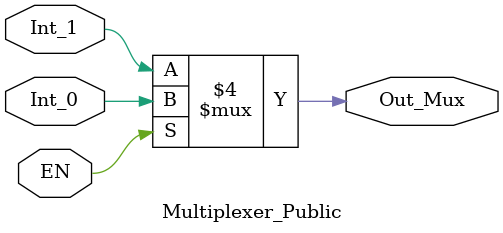
<source format=v>
module Multiplexer_Public(
  output reg  Out_Mux,
  input wire Int_1, Int_0,
  input EN
);

always @ (EN, Int_0, Int_1)
begin
  if (EN == 1'b0)
    Out_Mux = Int_1;
  else
    Out_Mux = Int_0;
end

endmodule

</source>
